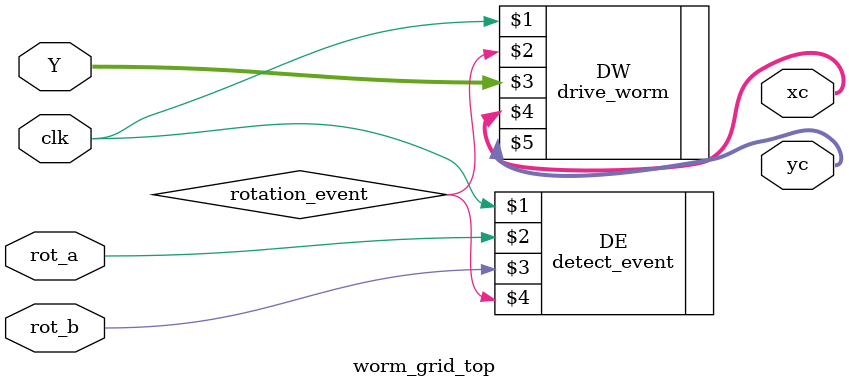
<source format=v>
`timescale 1ns / 1ps
module worm_grid_top(clk, rot_a, rot_b, Y, xc, yc
    );
	 
	 input clk, rot_a, rot_b;
	 input [3:0] Y;
	 
	 output [3:0] xc;
	 output [3:0] yc;
	 wire [3:0] xc;
	 wire [3:0] yc;
	 
	 wire rotation_event;
	 
	 detect_event DE (clk, rot_a, rot_b, rotation_event);
	 drive_worm DW (clk, rotation_event, Y, xc, yc);

endmodule

</source>
